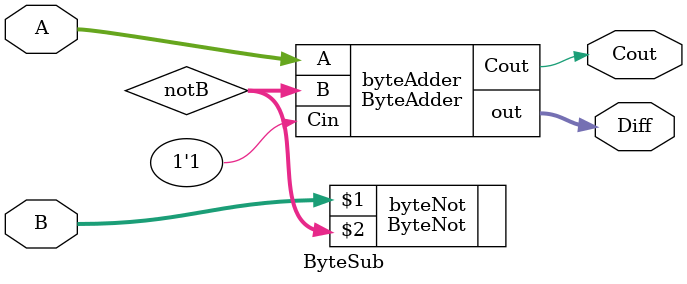
<source format=v>
`include "logic.v"

module FullAdder (A, B, Cin, Sum, Cout);
  input A;
  input B;
  input Cin;
  output Sum;
  output Cout;

  wire Xor1, Sum, And1, And2, Cout;

  xor(Xor1, A, B);
  and(And1, A, B);
  xor(Sum, Cin, Xor1);
  and(And2, Cin, Xor1);
  or(Cout, And1, And2);
endmodule

module ByteAdder (A, B, Cin, out, Cout);
  // 8-bit inputs
  input [7:0] A;
  input [7:0] B;

  input Cin;

  // 8-bit output
  output [7:0] out;

  output Cout;

  wire c1, c2, c3, c4, c5, c6, c7;

  FullAdder fa0(A[0], B[0], Cin, out[0], c1);
  FullAdder fa1(A[1], B[1], c1, out[1], c2);
  FullAdder fa2(A[2], B[2], c2, out[2], c3);
  FullAdder fa3(A[3], B[3], c3, out[3], c4);
  FullAdder fa4(A[4], B[4], c4, out[4], c5);
  FullAdder fa5(A[5], B[5], c5, out[5], c6);
  FullAdder fa6(A[6], B[6], c6, out[6], c7);
  FullAdder fa7(A[7], B[7], c7, out[7], Cout);
endmodule

module ByteSub (A, B, Diff, Cout);
  input [7:0] A;
  input [7:0] B;

  output [7:0] Diff;
  output Cout;

  wire [7:0] notB;
  ByteNot byteNot(B, notB);
  ByteAdder byteAdder(A, notB, 1'b1, Diff, Cout);

endmodule

// module addersubtestbench;

//   reg clock;
//   // 2 8-bit inputs (A, B) -> 8-bit output
//   reg [7:0] A;
//   reg [7:0] B;

//   reg Cin;

//   wire AdderOut;
//   wire SubOut;

//   wire [7:0] Sum;
//   wire [7:0] Diff;

//   ByteAdder byteAdder(A, B, Cin, Sum, AdderOut);
//   ByteSub byteSub(A, B, Diff, SubOut);

//   initial begin
//     #1

//     // Initialize input as byte
//     A[7:0] = 8'b11111111;
//     B[7:0] = 8'b00001111;

//     clock=0;
//     clock=1; Cin=0; display;
//   end

//   task display;
//     #1 $display("Clock: %b | Cin: %b | A + B: %b | AdderCarryOut: %b | A - B: %b | SubCarryOut: %b ", clock, Cin, Sum, AdderOut, Diff, SubOut);
//   endtask

// endmodule
</source>
